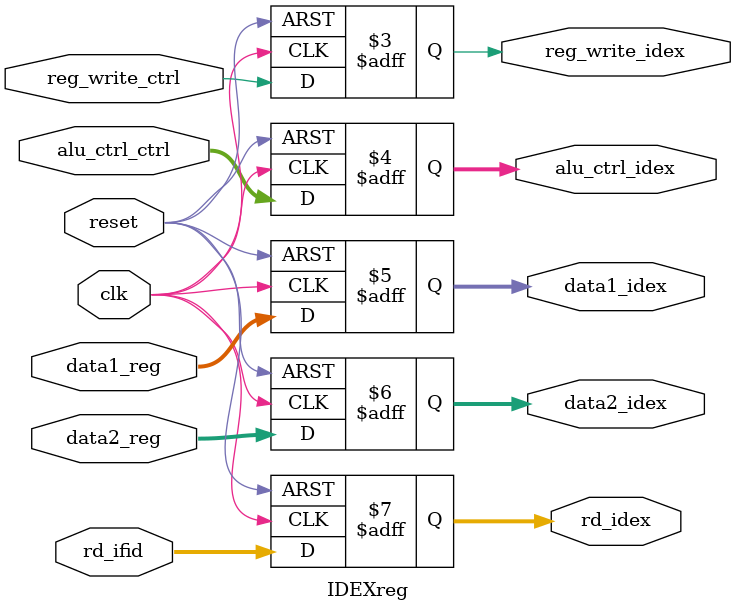
<source format=v>
`timescale 1ns / 1ps
module IDEXreg(
	input reg_write_ctrl,
	input [3:0] alu_ctrl_ctrl,
	input [31:0] data1_reg,
	input [31:0] data2_reg,
	input [4:0] rd_ifid,
	input clk,
	input reset,
	output reg reg_write_idex,
	output reg [3:0] alu_ctrl_idex,
	output reg [31:0] data1_idex,
	output reg [31:0] data2_idex,
	output reg [4:0] rd_idex
    );
	 
	always@(posedge clk,negedge reset)
		begin
		if(reset == 0)
			begin
			reg_write_idex = 1'b0;
			alu_ctrl_idex = 4'b0;
			data1_idex = 32'b0;
			data2_idex = 32'b0;
			rd_idex = 5'b0;
			end
		else begin
			reg_write_idex = reg_write_ctrl;
			alu_ctrl_idex = alu_ctrl_ctrl;
			data1_idex = data1_reg;
			data2_idex = data2_reg;
			rd_idex = rd_ifid;
		end
		end
endmodule
			
	 
</source>
